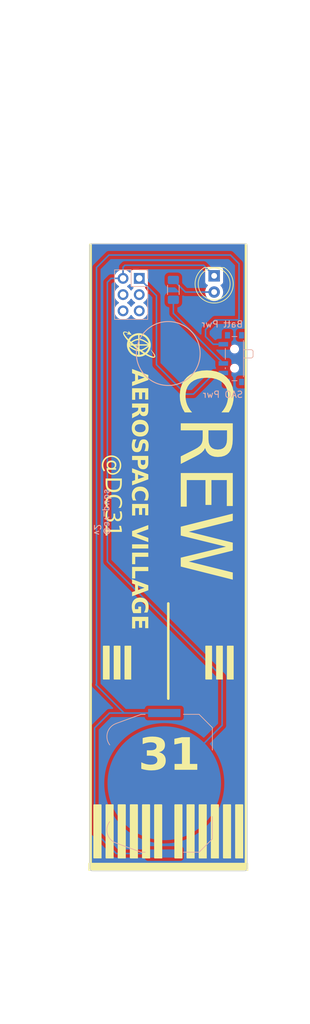
<source format=kicad_pcb>
(kicad_pcb (version 20221018) (generator pcbnew)
  (layers (0 "F.Cu" signal) (31 "B.Cu" signal) (34 "B.Paste" user) (35 "F.Paste" user) (36 "B.SilkS" user "B.Silkscreen") (37 "F.SilkS" user "F.Silkscreen") (38 "B.Mask" user) (39 "F.Mask" user) (44 "Edge.Cuts" user))
  (net 0 "")
  (net 1 "Net-(BT1-+)")
  (net 2 "GND")
  (net 3 "Net-(D1-A)")
  (net 4 "Net-(J1-Pin_1)")
  (net 9 "Net-(SW1-B)")
  (footprint "LED_THT:LED_D5.0mm" (layer "F.Cu") (at 60.4 64.85 -90)
    (fp_text reference "D1" hide)
    (fp_text value "LED" hide)
    (fp_line (start -1.29 -1.545) (end -1.29 1.545) (stroke (width 0.12)) (layer "F.SilkS"))
    (fp_arc (start -1.29 -1.54483) (mid 2.072002 -2.880433) (end 4.26 0.000462) (stroke (width 0.12)) (layer "F.SilkS"))
    (fp_arc (start 4.26 -0.000462) (mid 2.072002 2.880433) (end -1.29 1.54483) (stroke (width 0.12)) (layer "F.SilkS"))
    (fp_circle (center 1.27 0) (end 3.77 0) (stroke (width 0.12)) (fill none) (layer "F.SilkS"))
    (pad "1" thru_hole rect (at 0 0 270) (size 1.8 1.8) (drill 0.9) (layers "*.Cu" "*.Mask") (net 2 "GND"))
    (pad "2" thru_hole circle (at 2.54 0 270) (size 1.8 1.8) (drill 0.9) (layers "*.Cu" "*.Mask") (net 3 "Net-(D1-A)"))
  )
  (footprint "Connector_PinHeader_2.54mm:PinHeader_2x03_P2.54mm_Vertical" (layer "B.Cu") (at 48.65 65.25 180)
    (fp_text reference "J1" hide)
    (fp_text value "Conn_02x03_Counter_Clockwise")
    (fp_line (start -1.33 -6.41) (end 3.87 -6.41) (stroke (width 0.12)) (layer "B.SilkS"))
    (fp_line (start -1.33 -1.27) (end -1.33 -6.41) (stroke (width 0.12)) (layer "B.SilkS"))
    (fp_line (start -1.33 -1.27) (end 1.27 -1.27) (stroke (width 0.12)) (layer "B.SilkS"))
    (fp_line (start -1.33 0) (end -1.33 1.33) (stroke (width 0.12)) (layer "B.SilkS"))
    (fp_line (start -1.33 1.33) (end 0 1.33) (stroke (width 0.12)) (layer "B.SilkS"))
    (fp_line (start 1.27 -1.27) (end 1.27 1.33) (stroke (width 0.12)) (layer "B.SilkS"))
    (fp_line (start 1.27 1.33) (end 3.87 1.33) (stroke (width 0.12)) (layer "B.SilkS"))
    (fp_line (start 3.87 1.33) (end 3.87 -6.41) (stroke (width 0.12)) (layer "B.SilkS"))
    (pad "1" thru_hole rect (at 0 0 180) (size 1.7 1.7) (drill 1) (layers "*.Cu" "*.Mask") (net 4 "Net-(J1-Pin_1)"))
    (pad "2" thru_hole oval (at 2.54 0 180) (size 1.7 1.7) (drill 1) (layers "*.Cu" "*.Mask") (net 2 "GND"))
    (pad "3" thru_hole oval (at 0 -2.54 180) (size 1.7 1.7) (drill 1) (layers "*.Cu" "*.Mask"))
    (pad "4" thru_hole oval (at 2.54 -2.54 180) (size 1.7 1.7) (drill 1) (layers "*.Cu" "*.Mask"))
    (pad "5" thru_hole oval (at 0 -5.08 180) (size 1.7 1.7) (drill 1) (layers "*.Cu" "*.Mask"))
    (pad "6" thru_hole oval (at 2.54 -5.08 180) (size 1.7 1.7) (drill 1) (layers "*.Cu" "*.Mask"))
  )
  (footprint "Resistor_SMD:R_1206_3216Metric_Pad1.30x1.75mm_HandSolder" (layer "B.Cu") (at 54 67.05 -90)
    (fp_text reference "R1" hide)
    (fp_text value "R")
    (fp_line (start -0.727064 -0.91) (end 0.727064 -0.91) (stroke (width 0.12)) (layer "B.SilkS"))
    (fp_line (start -0.727064 0.91) (end 0.727064 0.91) (stroke (width 0.12)) (layer "B.SilkS"))
    (pad "1" smd roundrect (at -1.55 0 270) (size 1.3 1.75) (layers "B.Cu" "B.Paste" "B.Mask") (roundrect_rratio 0.1923076923) (net 3 "Net-(D1-A)"))
    (pad "2" smd roundrect (at 1.55 0 270) (size 1.3 1.75) (layers "B.Cu" "B.Paste" "B.Mask") (roundrect_rratio 0.1923076923) (net 9 "Net-(SW1-B)"))
  )
  (footprint "Battery:BatteryHolder_Keystone_3034_1x20mm" (layer "B.Cu") (at 52.578 144.208 90)
    (fp_text reference "BT1" hide)
    (fp_text value "Battery_Cell")
    (fp_line (start -10.78 -3.63) (end -9.34 -7.58) (stroke (width 0.12)) (layer "B.SilkS"))
    (fp_line (start -10.78 -3) (end -10.78 -3.63) (stroke (width 0.12)) (layer "B.SilkS"))
    (fp_line (start -10.78 5.46) (end -10.78 3) (stroke (width 0.12)) (layer "B.SilkS"))
    (fp_line (start -8.7 7.54) (end -10.78 5.46) (stroke (width 0.12)) (layer "B.SilkS"))
    (fp_line (start -5.2 7.54) (end -8.7 7.54) (stroke (width 0.12)) (layer "B.SilkS"))
    (fp_line (start 8.7 7.54) (end 5.2 7.54) (stroke (width 0.12)) (layer "B.SilkS"))
    (fp_line (start 8.7 7.54) (end 10.78 5.46) (stroke (width 0.12)) (layer "B.SilkS"))
    (fp_line (start 10.78 -3.63) (end 9.34 -7.58) (stroke (width 0.12)) (layer "B.SilkS"))
    (fp_line (start 10.78 -3) (end 10.78 -3.63) (stroke (width 0.12)) (layer "B.SilkS"))
    (fp_line (start 10.78 5.46) (end 10.78 3) (stroke (width 0.12)) (layer "B.SilkS"))
    (fp_arc (start -9.34 -7.58) (mid -7.921654 -8.918738) (end -6.003354 -8.56653) (stroke (width 0.12)) (layer "B.SilkS"))
    (fp_arc (start 6 -8.55) (mid 7.90634 -8.911669) (end 9.325243 -7.588169) (stroke (width 0.12)) (layer "B.SilkS"))
    (pad "1" smd rect (at -10.985 0 90) (size 1.27 5.08) (layers "B.Cu" "B.Paste" "B.Mask") (net 1 "Net-(BT1-+)"))
    (pad "1" smd rect (at 10.985 0 90) (size 1.27 5.08) (layers "B.Cu" "B.Paste" "B.Mask") (net 1 "Net-(BT1-+)"))
    (pad "2" smd circle (at 0 0 90) (size 17.8 17.8) (layers "B.Cu" "B.Mask") (net 2 "GND"))
  )
  (footprint "Button_Switch_SMD:SW_SPDT_PCM12" (layer "B.Cu") (at 63.27 77.8 -90)
    (fp_text reference "SW1" hide)
    (fp_text value "SW_SPDT")
    (fp_line (start -3.45 0.07) (end -3.45 -0.72) (stroke (width 0.12)) (layer "B.SilkS"))
    (fp_line (start -2.85 -1.73) (end 2.85 -1.73) (stroke (width 0.12)) (layer "B.SilkS"))
    (fp_line (start -1.6 1.12) (end 0.1 1.12) (stroke (width 0.12)) (layer "B.SilkS"))
    (fp_line (start -1.4 -3.02) (end -1.2 -3.23) (stroke (width 0.12)) (layer "B.SilkS"))
    (fp_line (start -1.4 -1.73) (end -1.4 -3.02) (stroke (width 0.12)) (layer "B.SilkS"))
    (fp_line (start -1.2 -3.23) (end -0.3 -3.23) (stroke (width 0.12)) (layer "B.SilkS"))
    (fp_line (start -0.1 -3.02) (end -0.3 -3.23) (stroke (width 0.12)) (layer "B.SilkS"))
    (fp_line (start -0.1 -3.02) (end -0.1 -1.73) (stroke (width 0.12)) (layer "B.SilkS"))
    (fp_line (start 1.4 1.12) (end 1.6 1.12) (stroke (width 0.12)) (layer "B.SilkS"))
    (fp_line (start 3.45 -0.72) (end 3.45 0.07) (stroke (width 0.12)) (layer "B.SilkS"))
    (pad "" smd rect (at -3.65 -1.43 270) (size 1 0.8) (layers "B.Cu" "B.Paste" "B.Mask"))
    (pad "" smd rect (at -3.65 0.78 270) (size 1 0.8) (layers "B.Cu" "B.Paste" "B.Mask"))
    (pad "" np_thru_hole circle (at -1.5 -0.33 270) (size 0.9 0.9) (drill 0.9) (layers "*.Cu" "*.Mask"))
    (pad "" np_thru_hole circle (at 1.5 -0.33 270) (size 0.9 0.9) (drill 0.9) (layers "*.Cu" "*.Mask"))
    (pad "" smd rect (at 3.65 -1.43 270) (size 1 0.8) (layers "B.Cu" "B.Paste" "B.Mask"))
    (pad "" smd rect (at 3.65 0.78 270) (size 1 0.8) (layers "B.Cu" "B.Paste" "B.Mask"))
    (pad "1" smd rect (at -2.25 1.43 270) (size 0.7 1.5) (layers "B.Cu" "B.Paste" "B.Mask") (net 1 "Net-(BT1-+)"))
    (pad "2" smd rect (at 0.75 1.43 270) (size 0.7 1.5) (layers "B.Cu" "B.Paste" "B.Mask") (net 9 "Net-(SW1-B)"))
    (pad "3" smd rect (at 2.25 1.43 270) (size 0.7 1.5) (layers "B.Cu" "B.Paste" "B.Mask") (net 4 "Net-(J1-Pin_1)"))
  )
  (gr_circle (center 53.2 77) (end 58.2 77) (stroke (width 0.15)) (fill none) (layer "B.SilkS"))
  (gr_poly (pts (xy 52.150747 147.602846) (xy 52.150747 155.857847) (xy 51.092414 155.857847) (xy 51.092414 147.602846)) (stroke (width 0.211667)) (fill solid) (layer "F.SilkS"))
  (gr_poly (pts (xy 57.230748 147.602846) (xy 57.230748 155.857847) (xy 56.172414 155.857847) (xy 56.172414 147.602846)) (stroke (width 0.211667)) (fill solid) (layer "F.SilkS"))
  (gr_poly (pts (xy 43.933182 122.769383) (xy 43.933182 127.90893) (xy 43.030839 127.90893) (xy 43.030839 122.769383)) (stroke (width 0.154216)) (fill solid) (layer "F.SilkS"))
  (gr_line (start 65.407587 60) (end 65.407587 157.5) (stroke (width 0.446645)) (layer "F.SilkS"))
  (gr_poly (pts (xy 50.245746 147.602846) (xy 50.245746 155.857847) (xy 49.187414 155.857847) (xy 49.187414 147.602846)) (stroke (width 0.211667)) (fill solid) (layer "F.SilkS"))
  (gr_poly (pts (xy 55.325747 147.602846) (xy 55.325747 155.857847) (xy 54.267413 155.857847) (xy 54.267413 147.602846)) (stroke (width 0.211667)) (fill solid) (layer "F.SilkS"))
  (gr_poly (pts (xy 62.945748 147.602846) (xy 62.945748 155.857847) (xy 61.887414 155.857847) (xy 61.887414 147.602846)) (stroke (width 0.211667)) (fill solid) (layer "F.SilkS"))
  (gr_poly (pts (xy 61.040748 147.602846) (xy 61.040748 155.857847) (xy 59.982414 155.857847) (xy 59.982414 147.602846)) (stroke (width 0.211667)) (fill solid) (layer "F.SilkS"))
  (gr_poly (pts (xy 64.850749 147.602846) (xy 64.850749 155.857847) (xy 63.792416 155.857847) (xy 63.792416 147.602846)) (stroke (width 0.211667)) (fill solid) (layer "F.SilkS"))
  (gr_poly (pts (xy 65.634217 156.761971) (xy 65.634217 157.785031) (xy 40.776972 157.785031) (xy 40.776972 156.761971)) (stroke (width 0.231233)) (fill solid) (layer "F.SilkS"))
  (gr_poly (pts (xy 59.135747 147.602846) (xy 59.135747 155.857847) (xy 58.077413 155.857847) (xy 58.077413 147.602846)) (stroke (width 0.211667)) (fill solid) (layer "F.SilkS"))
  (gr_poly (pts (xy 42.640869 147.602846) (xy 42.640869 155.857847) (xy 41.552297 155.857847) (xy 41.552297 147.602846)) (stroke (width 0.195965)) (fill solid) (layer "F.SilkS"))
  (gr_poly (pts (xy 46.435749 147.602846) (xy 46.435749 155.857847) (xy 45.377416 155.857847) (xy 45.377416 147.602846)) (stroke (width 0.211667)) (fill solid) (layer "F.SilkS"))
  (gr_poly (pts (xy 47.319852 122.771472) (xy 47.319852 127.911122) (xy 46.41751 127.911122) (xy 46.41751 122.771472)) (stroke (width 0.154218)) (fill solid) (layer "F.SilkS"))
  (gr_poly (pts (xy 47.44603 75.3378) (xy 47.446247 75.337643) (xy 47.446692 75.33733) (xy 47.460424 75.327776) (xy 47.461362 75.32713) (xy 47.476656 75.316831) (xy 47.492002 75.30659) (xy 47.507277 75.296251) (xy 47.603036 75.38189) (xy 47.699255 75.466938) (xy 47.728429 75.492401) (xy 47.757787 75.517666) (xy 47.816664 75.568017) (xy 47.44325 75.568017) (xy 47.374829 75.504696) (xy 47.340786 75.472847) (xy 47.306931 75.440793)) (stroke (width 0.02)) (fill solid) (layer "F.SilkS"))
  (gr_poly (pts (xy 47.0883 75.222099) (xy 47.088753 75.220546) (xy 47.088891 75.220058) (xy 47.092286 75.208337) (xy 47.092625 75.207212) (xy 47.09284 75.206537) (xy 47.11336 75.145576) (xy 47.136069 75.086548) (xy 47.136653 75.085101) (xy 47.137251 75.083661) (xy 47.162348 75.025853) (xy 47.179504 74.990492) (xy 47.224211 75.033504) (xy 47.269149 75.076306) (xy 47.314334 75.118868) (xy 47.359792 75.161168) (xy 47.359792 75.161169) (xy 47.35875 75.161882) (xy 47.358031 75.162409) (xy 47.317683 75.191065) (xy 47.277154 75.220484) (xy 47.237185 75.250089) (xy 47.197787 75.279818) (xy 47.189861 75.285944) (xy 47.182106 75.292062) (xy 47.1761 75.296815) (xy 47.168335 75.302897) (xy 47.166522 75.304312) (xy 47.146668 75.284578) (xy 47.126887 75.264763) (xy 47.087462 75.224993)) (stroke (width 0.02)) (fill solid) (layer "F.SilkS"))
  (gr_line (start 41 157.5) (end 41 60) (stroke (width 0.446645)) (layer "F.SilkS"))
  (gr_poly (pts (xy 44.530749 147.602846) (xy 44.530749 155.857847) (xy 43.472416 155.857847) (xy 43.472416 147.602846)) (stroke (width 0.211667)) (fill solid) (layer "F.SilkS"))
  (gr_poly (pts (xy 63.380057 122.767083) (xy 63.380057 127.906733) (xy 62.477716 127.906733) (xy 62.477716 122.767083)) (stroke (width 0.154218)) (fill solid) (layer "F.SilkS"))
  (gr_poly (pts (xy 48.734734 76.301143) (xy 48.782097 76.336322) (xy 48.829608 76.371292) (xy 48.877232 76.406026) (xy 48.874461 76.406709) (xy 48.782198 76.423371) (xy 48.781566 76.423469) (xy 48.780966 76.423551) (xy 48.687515 76.434) (xy 48.687515 76.265752)) (stroke (width 0.02)) (fill solid) (layer "F.SilkS"))
  (gr_poly (pts (xy 45.626518 122.76928) (xy 45.626518 127.90893) (xy 44.724176 127.90893) (xy 44.724176 122.76928)) (stroke (width 0.154218)) (fill solid) (layer "F.SilkS"))
  (gr_poly (pts (xy 48.340747 147.602846) (xy 48.340747 155.857847) (xy 47.282414 155.857847) (xy 47.282414 147.602846)) (stroke (width 0.211667)) (fill solid) (layer "F.SilkS"))
  (gr_line (start 53.20545 130.972846) (end 53.20545 116.090033) (stroke (width 0.396874)) (layer "F.SilkS"))
  (gr_poly (pts (xy 61.686724 122.764883) (xy 61.686724 127.904533) (xy 60.784381 127.904533) (xy 60.784381 122.764883)) (stroke (width 0.154218)) (fill solid) (layer "F.SilkS"))
  (gr_poly (pts (xy 46.11513 73.801357) (xy 46.115226 73.795843) (xy 46.115402 73.790291) (xy 46.115662 73.784703) (xy 46.116009 73.779077) (xy 46.116445 73.773414) (xy 46.116972 73.767714) (xy 46.117594 73.761977) (xy 46.118256 73.756298) (xy 46.119067 73.750569) (xy 46.120051 73.744792) (xy 46.121234 73.738965) (xy 46.122641 73.733088) (xy 46.124295 73.727162) (xy 46.125223 73.72418) (xy 46.126222 73.721185) (xy 46.127295 73.718178) (xy 46.128446 73.715158) (xy 46.136921 73.691853) (xy 46.138445 73.688976) (xy 46.140033 73.686105) (xy 46.141677 73.68324) (xy 46.143367 73.680384) (xy 46.145095 73.677542) (xy 46.14685 73.674714) (xy 46.150409 73.669115) (xy 46.153954 73.663565) (xy 46.157527 73.658064) (xy 46.159361 73.655348) (xy 46.161248 73.652662) (xy 46.163203 73.650014) (xy 46.16524 73.647411) (xy 46.183998 73.62891) (xy 46.186311 73.626499) (xy 46.188681 73.624218) (xy 46.191104 73.622055) (xy 46.193575 73.62) (xy 46.19609 73.618041) (xy 46.198644 73.616165) (xy 46.201232 73.614363) (xy 46.203849 73.612621) (xy 46.209154 73.609275) (xy 46.21452 73.606036) (xy 46.219911 73.60281) (xy 46.225288 73.599507) (xy 46.236275 73.594078) (xy 46.247207 73.589279) (xy 46.258079 73.585073) (xy 46.268886 73.581425) (xy 46.279623 73.578302) (xy 46.290285 73.575668) (xy 46.300867 73.573488) (xy 46.311364 73.571727) (xy 46.321771 73.570351) (xy 46.332083 73.569325) (xy 46.342296 73.568613) (xy 46.352403 73.56818) (xy 46.372284 73.568016) (xy 46.391686 73.568552) (xy 46.410888 73.569749) (xy 46.429811 73.571521) (xy 46.448468 73.573822) (xy 46.466874 73.576604) (xy 46.485045 73.579819) (xy 46.502995 73.583422) (xy 46.520739 73.587365) (xy 46.538292 73.5916) (xy 46.593794 73.606939) (xy 46.648241 73.624078) (xy 46.701721 73.642858) (xy 46.754319 73.663123) (xy 46.806124 73.684716) (xy 46.857222 73.707477) (xy 46.9077 73.731251) (xy 46.957646 73.75588) (xy 46.976715 73.482046) (xy 47.451104 74.044544) (xy 46.717144 73.991886) (xy 46.924057 73.818357) (xy 46.873471 73.79981) (xy 46.822739 73.782005) (xy 46.771889 73.765136) (xy 46.720947 73.749398) (xy 46.669944 73.734987) (xy 46.618908 73.722099) (xy 46.567866 73.710929) (xy 46.516846 73.701672) (xy 46.50079 73.699343) (xy 46.484788 73.697336) (xy 46.468873 73.695676) (xy 46.453075 73.694388) (xy 46.437427 73.693496) (xy 46.421958 73.693027) (xy 46.406701 73.693005) (xy 46.391686 73.693455) (xy 46.384317 73.693821) (xy 46.377007 73.694327) (xy 46.369779 73.694973) (xy 46.362654 73.695763) (xy 46.355653 73.696699) (xy 46.348799 73.697783) (xy 46.342112 73.699018) (xy 46.335614 73.700405) (xy 46.329327 73.701948) (xy 46.323272 73.703647) (xy 46.317472 73.705507) (xy 46.311947 73.707528) (xy 46.30672 73.709713) (xy 46.301811 73.712065) (xy 46.297242 73.714586) (xy 46.293036 73.717278) (xy 46.289275 73.720071) (xy 46.285824 73.722908) (xy 46.28267 73.725806) (xy 46.2798 73.728784) (xy 46.2772 73.731862) (xy 46.274859 73.735057) (xy 46.272764 73.738388) (xy 46.270902 73.741875) (xy 46.269259 73.745535) (xy 46.267824 73.749387) (xy 46.266584 73.75345) (xy 46.265526 73.757743) (xy 46.264636 73.762284) (xy 46.263904 73.767093) (xy 46.263315 73.772186) (xy 46.262857 73.777584) (xy 46.262745 73.783225) (xy 46.262809 73.78903) (xy 46.263048 73.794988) (xy 46.263464 73.801088) (xy 46.264059 73.807322) (xy 46.264833 73.81368) (xy 46.265788 73.82015) (xy 46.266925 73.826723) (xy 46.268244 73.83339) (xy 46.269748 73.840139) (xy 46.271436 73.846961) (xy 46.273312 73.853846) (xy 46.275375 73.860784) (xy 46.277626 73.867765) (xy 46.280068 73.874779) (xy 46.2827 73.881815) (xy 46.287816 73.895913) (xy 46.293326 73.910024) (xy 46.299211 73.924142) (xy 46.30545 73.938262) (xy 46.318913 73.966483) (xy 46.333553 73.994639) (xy 46.34921 74.022684) (xy 46.365724 74.05057) (xy 46.382933 74.07825) (xy 46.400678 74.105677) (xy 46.418856 74.133074) (xy 46.437454 74.160299) (xy 46.456444 74.187355) (xy 46.475798 74.214247) (xy 46.495486 74.240978) (xy 46.51548 74.267551) (xy 46.535753 74.29397) (xy 46.556275 74.320238) (xy 46.598297 74.372258) (xy 46.641175 74.423752) (xy 46.684848 74.474739) (xy 46.729253 74.525236) (xy 46.774327 74.575263) (xy 46.820009 74.624836) (xy 46.866236 74.673974) (xy 46.912946 74.722694) (xy 46.918916 74.72895) (xy 46.924942 74.735156) (xy 46.937096 74.747475) (xy 46.94928 74.759767) (xy 46.961353 74.772135) (xy 46.996926 74.711035) (xy 47.045346 74.636452) (xy 47.097246 74.564385) (xy 47.152512 74.494949) (xy 47.211025 74.42826) (xy 47.27267 74.364431) (xy 47.337329 74.30358) (xy 47.404886 74.24582) (xy 47.475224 74.191267) (xy 47.548227 74.140036) (xy 47.623777 74.092242) (xy 47.701758 74.048) (xy 47.782054 74.007425) (xy 47.864547 73.970632) (xy 47.949121 73.937737) (xy 48.035659 73.908854) (xy 48.124045 73.8841) (xy 48.214161 73.863587) (xy 48.305892 73.847433) (xy 48.399119 73.835752) (xy 48.493728 73.828659) (xy 48.5896 73.826269) (xy 48.685472 73.828659) (xy 48.780081 73.835752) (xy 48.873309 73.847433) (xy 48.965039 73.863587) (xy 49.055156 73.8841) (xy 49.143541 73.908854) (xy 49.230079 73.937737) (xy 49.314653 73.970632) (xy 49.397147 74.007425) (xy 49.477442 74.048) (xy 49.555423 74.092242) (xy 49.630974 74.140036) (xy 49.703976 74.191267) (xy 49.774314 74.24582) (xy 49.841871 74.30358) (xy 49.90653 74.364431) (xy 49.968175 74.42826) (xy 50.026688 74.494949) (xy 50.081954 74.564385) (xy 50.133854 74.636452) (xy 50.182274 74.711035) (xy 50.227095 74.78802) (xy 50.268202 74.86729) (xy 50.305477 74.948731) (xy 50.338803 75.032227) (xy 50.368065 75.117665) (xy 50.393145 75.204927) (xy 50.413927 75.2939) (xy 50.430294 75.384469) (xy 50.442129 75.476517) (xy 50.449316 75.569931) (xy 50.451737 75.664594) (xy 50.449316 75.759258) (xy 50.442129 75.852674) (xy 50.430294 75.944726) (xy 50.413927 76.035299) (xy 50.393145 76.124278) (xy 50.368065 76.211548) (xy 50.338803 76.296993) (xy 50.305477 76.380499) (xy 50.268202 76.461949) (xy 50.227095 76.54123) (xy 50.182274 76.618225) (xy 50.133855 76.69282) (xy 50.081954 76.764899) (xy 50.026688 76.834346) (xy 49.968175 76.901048) (xy 49.906531 76.964889) (xy 49.841871 77.025753) (xy 49.774314 77.083525) (xy 49.703976 77.13809) (xy 49.634957 77.186537) (xy 49.633297 77.18766) (xy 49.633331 77.187679) (xy 49.630974 77.189333) (xy 49.555423 77.237138) (xy 49.477442 77.281391) (xy 49.397147 77.321977) (xy 49.347009 77.344344) (xy 49.347009 77.018936) (xy 49.362749 77.010418) (xy 49.370595 77.006119) (xy 49.378377 77.001728) (xy 49.392305 76.993613) (xy 49.406134 76.985362) (xy 49.419869 76.976974) (xy 49.433516 76.968448) (xy 49.447072 76.959786) (xy 49.460531 76.950989) (xy 49.473893 76.942059) (xy 49.487156 76.932998) (xy 49.500317 76.923803) (xy 49.513378 76.914472) (xy 49.526337 76.905012) (xy 49.538411 76.896013) (xy 49.539203 76.895441) (xy 49.540216 76.894646) (xy 49.545111 76.890893) (xy 49.55097 76.886286) (xy 49.562655 76.877033) (xy 49.562644 76.877026) (xy 49.589583 76.855862) (xy 49.638243 76.814308) (xy 49.685123 76.77084) (xy 49.730161 76.725519) (xy 49.773296 76.678406) (xy 49.814469 76.629564) (xy 49.853616 76.579052) (xy 49.890678 76.526933) (xy 49.925594 76.473267) (xy 49.958302 76.418115) (xy 49.988742 76.361539) (xy 50.016852 76.3036) (xy 50.042572 76.244358) (xy 50.06584 76.183877) (xy 50.086596 76.122215) (xy 50.104779 76.059435) (xy 50.120327 75.995598) (xy 50.133179 75.930765) (xy 50.133179 75.398688) (xy 50.120327 75.333855) (xy 50.104779 75.270018) (xy 50.086596 75.207238) (xy 50.06584 75.145576) (xy 50.042572 75.085094) (xy 50.016852 75.025853) (xy 49.988742 74.967914) (xy 49.958302 74.911338) (xy 49.925594 74.856186) (xy 49.890678 74.80252) (xy 49.814469 74.699889) (xy 49.730161 74.603934) (xy 49.638243 74.515145) (xy 49.539203 74.434011) (xy 49.43353 74.361022) (xy 49.378357 74.327735) (xy 49.32171 74.296668) (xy 49.263647 74.267882) (xy 49.204231 74.241437) (xy 49.143523 74.217397) (xy 49.081583 74.19582) (xy 49.018472 74.17677) (xy 48.954252 74.160306) (xy 48.888984 74.14649) (xy 48.822727 74.135384) (xy 48.755544 74.127048) (xy 48.687496 74.121544) (xy 48.687496 74.70204) (xy 48.739695 74.706125) (xy 48.791511 74.711989) (xy 48.893969 74.728794) (xy 48.994813 74.751948) (xy 49.093987 74.78094) (xy 49.191434 74.81526) (xy 49.287097 74.854398) (xy 49.380919 74.897846) (xy 49.472845 74.945093) (xy 49.562818 74.99563) (xy 49.650781 75.048946) (xy 49.736677 75.104534) (xy 49.82045 75.161882) (xy 49.902043 75.220481) (xy 49.9814 75.279821) (xy 50.133179 75.398688) (xy 50.133179 75.930765) (xy 49.98139 76.04936) (xy 49.820413 76.16679) (xy 49.736624 76.223843) (xy 49.650711 76.279134) (xy 49.562733 76.332175) (xy 49.472746 76.382475) (xy 49.38081 76.429544) (xy 49.28698 76.472892) (xy 49.191316 76.512029) (xy 49.093875 76.546467) (xy 48.994799 76.575689) (xy 49.016108 76.569851) (xy 49.03739 76.563678) (xy 49.058594 76.557254) (xy 49.079739 76.550644) (xy 49.165018 76.610249) (xy 49.250557 76.669448) (xy 49.33638 76.728196) (xy 49.422508 76.786444) (xy 49.457391 76.809369) (xy 49.492425 76.832019) (xy 49.562644 76.877026) (xy 49.540216 76.894646) (xy 49.539194 76.895429) (xy 49.538411 76.896013) (xy 49.487165 76.932984) (xy 49.43353 76.96843) (xy 49.378357 77.001717) (xy 49.346986 77.018922) (xy 49.347009 77.018936) (xy 49.347009 77.344344) (xy 49.314654 77.358779) (xy 49.23008 77.391683) (xy 49.143541 77.420573) (xy 49.055156 77.445335) (xy 48.965039 77.465853) (xy 48.873309 77.482013) (xy 48.780081 77.493697) (xy 48.687496 77.500641) (xy 48.687496 77.207908) (xy 48.755544 77.202404) (xy 48.822727 77.194068) (xy 48.888984 77.182962) (xy 48.954252 77.169146) (xy 49.018472 77.152683) (xy 49.081583 77.133632) (xy 49.143523 77.112056) (xy 49.204231 77.088015) (xy 49.263647 77.061571) (xy 49.32171 77.032784) (xy 49.346986 77.018922) (xy 49.294454 76.987258) (xy 49.224561 76.943655) (xy 49.155162 76.899331) (xy 49.086225 76.85434) (xy 49.017717 76.808734) (xy 48.881853 76.715893) (xy 48.747307 76.621236) (xy 48.748001 76.621165) (xy 48.758358 76.620132) (xy 48.769431 76.619113) (xy 48.780485 76.618018) (xy 48.785995 76.617392) (xy 48.791488 76.616687) (xy 48.817241 76.61294) (xy 48.842896 76.608781) (xy 48.868453 76.604221) (xy 48.893696 76.599314) (xy 48.893893 76.59928) (xy 48.894089 76.599234) (xy 48.919268 76.59394) (xy 48.944525 76.58823) (xy 48.969679 76.58215) (xy 48.994628 76.575734) (xy 48.994715 76.575713) (xy 48.994799 76.575689) (xy 48.994731 76.575707) (xy 48.994628 76.575734) (xy 48.894089 76.599234) (xy 48.89391 76.599272) (xy 48.893696 76.599314) (xy 48.791468 76.616676) (xy 48.748001 76.621165) (xy 48.747304 76.621234) (xy 48.747307 76.621236) (xy 48.687515 76.627411) (xy 48.687515 76.434011) (xy 48.711139 76.431988) (xy 48.734686 76.429549) (xy 48.758161 76.426706) (xy 48.780966 76.423551) (xy 48.781569 76.423484) (xy 48.782198 76.423371) (xy 48.804904 76.419849) (xy 48.828172 76.415852) (xy 48.851366 76.411477) (xy 48.87448 76.406725) (xy 48.87727 76.406054) (xy 48.877232 76.406026) (xy 48.966142 76.384117) (xy 49.056586 76.356149) (xy 49.145762 76.323244) (xy 49.233644 76.285844) (xy 49.320203 76.244388) (xy 49.40541 76.199317) (xy 49.489237 76.151071) (xy 49.571657 76.10009) (xy 49.65264 76.046815) (xy 49.732158 75.991685) (xy 49.810183 75.935142) (xy 49.886687 75.877625) (xy 50.035019 75.761432) (xy 50.035019 75.568021) (xy 49.886687 75.451752) (xy 49.732158 75.337656) (xy 49.65264 75.282521) (xy 49.571657 75.229247) (xy 49.489237 75.178272) (xy 49.40541 75.130037) (xy 49.320203 75.084979) (xy 49.233644 75.043539) (xy 49.145762 75.006155) (xy 49.056586 74.973267) (xy 48.966142 74.945313) (xy 48.874461 74.922733) (xy 48.781569 74.905966) (xy 48.687496 74.89545) (xy 48.687496 75.568021) (xy 50.035019 75.568021) (xy 50.035019 75.761432) (xy 48.687496 75.761432) (xy 48.687496 76.434002) (xy 48.687515 76.434) (xy 48.687515 76.434011) (xy 48.687515 76.627411) (xy 48.687496 76.627413) (xy 48.687496 77.207908) (xy 48.687496 77.500641) (xy 48.685473 77.500793) (xy 48.5896 77.503183) (xy 48.493728 77.500793) (xy 48.491713 77.500642) (xy 48.491713 76.434011) (xy 48.491713 76.116045) (xy 48.491704 76.116039) (xy 48.491704 75.761432) (xy 47.144182 75.761432) (xy 47.292513 75.877701) (xy 47.447043 75.991797) (xy 47.526561 76.046932) (xy 47.607544 76.100206) (xy 47.689963 76.151181) (xy 47.773791 76.199416) (xy 47.858998 76.244473) (xy 47.945556 76.285914) (xy 48.033438 76.323297) (xy 48.122615 76.356186) (xy 48.213058 76.38414) (xy 48.30474 76.40672) (xy 48.397631 76.423487) (xy 48.489373 76.433742) (xy 48.489387 76.433752) (xy 48.491713 76.434011) (xy 48.491713 77.500642) (xy 48.491704 77.500641) (xy 48.491704 77.207908) (xy 48.491704 76.627413) (xy 48.439506 76.623327) (xy 48.387689 76.617464) (xy 48.285231 76.600658) (xy 48.184387 76.577505) (xy 48.085213 76.548513) (xy 47.987767 76.514193) (xy 47.892104 76.475055) (xy 47.798281 76.431607) (xy 47.706355 76.38436) (xy 47.616382 76.333823) (xy 47.52842 76.280506) (xy 47.442523 76.224919) (xy 47.35875 76.167571) (xy 47.277157 76.108972) (xy 47.1978 76.049632) (xy 47.143917 76.007433) (xy 47.143917 75.568021) (xy 48.491704 75.568021) (xy 48.491704 74.89545) (xy 48.396803 74.905966) (xy 48.303296 74.922733) (xy 48.21119 74.945313) (xy 48.12049 74.973267) (xy 48.031202 75.006155) (xy 47.943333 75.043539) (xy 47.856888 75.084979) (xy 47.771872 75.130037) (xy 47.688292 75.178272) (xy 47.606154 75.229247) (xy 47.525462 75.282521) (xy 47.460424 75.327776) (xy 47.453774 75.33235) (xy 47.446692 75.33733) (xy 47.446224 75.337656) (xy 47.44603 75.3378) (xy 47.410945 75.363082) (xy 47.375989 75.388798) (xy 47.341331 75.414723) (xy 47.306927 75.44079) (xy 47.306931 75.440793) (xy 47.29213 75.451752) (xy 47.143917 75.568021) (xy 47.143917 76.007433) (xy 47.046021 75.930765) (xy 47.046021 75.398688) (xy 47.168335 75.302897) (xy 47.174374 75.298182) (xy 47.1761 75.296815) (xy 47.1978 75.279821) (xy 47.358031 75.162409) (xy 47.358759 75.161892) (xy 47.359792 75.161169) (xy 47.442523 75.104534) (xy 47.52842 75.048946) (xy 47.616382 74.99563) (xy 47.706355 74.945093) (xy 47.798281 74.897846) (xy 47.892104 74.854398) (xy 47.987767 74.815259) (xy 48.085213 74.78094) (xy 48.184387 74.751948) (xy 48.285231 74.728794) (xy 48.387689 74.711988) (xy 48.491704 74.70204) (xy 48.491704 74.121544) (xy 48.423656 74.127048) (xy 48.356473 74.135384) (xy 48.290217 74.14649) (xy 48.224948 74.160306) (xy 48.160728 74.17677) (xy 48.097617 74.19582) (xy 48.035677 74.217397) (xy 47.974969 74.241437) (xy 47.915553 74.267882) (xy 47.857491 74.296668) (xy 47.800843 74.327735) (xy 47.745671 74.361022) (xy 47.692035 74.396468) (xy 47.639997 74.434011) (xy 47.589617 74.47359) (xy 47.540957 74.515145) (xy 47.494078 74.558613) (xy 47.44904 74.603934) (xy 47.405904 74.651046) (xy 47.364732 74.699889) (xy 47.325584 74.7504) (xy 47.288522 74.80252) (xy 47.253606 74.856186) (xy 47.220898 74.911338) (xy 47.190459 74.967914) (xy 47.179504 74.990492) (xy 47.179493 74.990481) (xy 47.170804 75.008093) (xy 47.166516 75.01693) (xy 47.162337 75.025828) (xy 47.155686 75.040523) (xy 47.149192 75.055305) (xy 47.14285 75.070167) (xy 47.137251 75.083661) (xy 47.136629 75.085094) (xy 47.136069 75.086548) (xy 47.130598 75.100104) (xy 47.12469 75.11518) (xy 47.118937 75.130332) (xy 47.113347 75.145562) (xy 47.107926 75.160868) (xy 47.102668 75.176244) (xy 47.09757 75.191691) (xy 47.09284 75.206537) (xy 47.092604 75.207238) (xy 47.092286 75.208337) (xy 47.091291 75.211638) (xy 47.090015 75.216089) (xy 47.088891 75.220058) (xy 47.0883 75.222099) (xy 47.087457 75.224989) (xy 47.087462 75.224993) (xy 47.074422 75.270018) (xy 47.058874 75.333855) (xy 47.046021 75.398688) (xy 47.046021 75.930765) (xy 47.058897 75.995597) (xy 47.074465 76.059432) (xy 47.092665 76.122209) (xy 47.113436 76.183866) (xy 47.136717 76.244342) (xy 47.162447 76.303577) (xy 47.190565 76.361509) (xy 47.22101 76.418078) (xy 47.253722 76.473222) (xy 47.288639 76.52688) (xy 47.364848 76.629494) (xy 47.449149 76.725433) (xy 47.541056 76.814208) (xy 47.640082 76.895331) (xy 47.745741 76.968314) (xy 47.800905 77.0016) (xy 47.857544 77.032667) (xy 47.915598 77.061455) (xy 47.975006 77.087903) (xy 48.035707 77.11195) (xy 48.09764 77.133534) (xy 48.160744 77.152594) (xy 48.224959 77.169071) (xy 48.290223 77.182901) (xy 48.356476 77.194025) (xy 48.423657 77.202381) (xy 48.491704 77.207908) (xy 48.491704 77.500641) (xy 48.399119 77.493697) (xy 48.305892 77.482013) (xy 48.214161 77.465853) (xy 48.124045 77.445335) (xy 48.035659 77.420573) (xy 47.949121 77.391683) (xy 47.864547 77.358779) (xy 47.782054 77.321977) (xy 47.701758 77.281392) (xy 47.623777 77.237139) (xy 47.548227 77.189333) (xy 47.475224 77.13809) (xy 47.404886 77.083525) (xy 47.337329 77.025753) (xy 47.27267 76.964889) (xy 47.211025 76.901048) (xy 47.152512 76.834347) (xy 47.097246 76.764899) (xy 47.045346 76.69282) (xy 46.996926 76.618225) (xy 46.952105 76.54123) (xy 46.910999 76.461949) (xy 46.873724 76.380499) (xy 46.840397 76.296993) (xy 46.811135 76.211548) (xy 46.786055 76.124278) (xy 46.765273 76.035299) (xy 46.748906 75.944726) (xy 46.737071 75.852674) (xy 46.729884 75.759258) (xy 46.727463 75.664594) (xy 46.729884 75.569931) (xy 46.737071 75.476517) (xy 46.748906 75.384469) (xy 46.765273 75.2939) (xy 46.786055 75.204927) (xy 46.811135 75.117665) (xy 46.840397 75.032227) (xy 46.873724 74.948731) (xy 46.910999 74.86729) (xy 46.951928 74.788362) (xy 46.952117 74.788013) (xy 46.952314 74.787661) (xy 46.957296 74.779104) (xy 46.959069 74.776124) (xy 46.960227 74.774142) (xy 46.961367 74.772149) (xy 46.961353 74.772135) (xy 46.957296 74.779104) (xy 46.956722 74.780068) (xy 46.954385 74.784019) (xy 46.953239 74.786009) (xy 46.952314 74.787661) (xy 46.952105 74.78802) (xy 46.951928 74.788362) (xy 46.941483 74.807621) (xy 46.931078 74.82737) (xy 46.920909 74.847259) (xy 46.910982 74.867285) (xy 46.901302 74.887446) (xy 46.891867 74.907742) (xy 46.882674 74.928169) (xy 46.873724 74.948727) (xy 46.8718 74.953297) (xy 46.869923 74.95789) (xy 46.866263 74.967126) (xy 46.858996 74.985624) (xy 46.805437 74.927936) (xy 46.778765 74.89898) (xy 46.752336 74.869765) (xy 46.706739 74.817336) (xy 46.661653 74.7644) (xy 46.617119 74.71092) (xy 46.573178 74.656858) (xy 46.529868 74.602176) (xy 46.487232 74.546836) (xy 46.445309 74.4908) (xy 46.40414 74.43403) (xy 46.36425 74.376045) (xy 46.324937 74.317464) (xy 46.286776 74.257816) (xy 46.250345 74.19663) (xy 46.232958 74.165313) (xy 46.21622 74.133435) (xy 46.200204 74.100937) (xy 46.18498 74.06776) (xy 46.170622 74.033845) (xy 46.1572 73.999133) (xy 46.144789 73.963566) (xy 46.133459 73.927084) (xy 46.129658 73.913224) (xy 46.12618 73.89903) (xy 46.123078 73.884501) (xy 46.120407 73.869637) (xy 46.118221 73.854438) (xy 46.116574 73.838905) (xy 46.11552 73.823036) (xy 46.115233 73.814976) (xy 46.115114 73.806833)) (stroke (width 0.02)) (fill solid) (layer "F.SilkS"))
  (gr_poly (pts (xy 59.993387 122.764986) (xy 59.993387 127.904533) (xy 59.091043 127.904533) (xy 59.091043 122.764986)) (stroke (width 0.154216)) (fill solid) (layer "F.SilkS"))
  (gr_poly (pts (xy 49.634957 77.186537) (xy 49.651192 77.175559) (xy 49.668949 77.163276) (xy 49.686553 77.150796) (xy 49.70399 77.138102) (xy 49.721828 77.124767) (xy 49.739496 77.111225) (xy 49.756994 77.097479) (xy 49.774322 77.083532) (xy 49.787248 77.072824) (xy 49.800025 77.06195) (xy 49.812701 77.050963) (xy 49.825326 77.039917) (xy 49.839265 77.048356) (xy 49.853151 77.056897) (xy 49.867052 77.065411) (xy 49.881033 77.073765) (xy 49.998081 77.141045) (xy 50.115727 77.206789) (xy 50.174898 77.238728) (xy 50.234365 77.269854) (xy 50.29418 77.300025) (xy 50.354389 77.329098) (xy 50.414749 77.357005) (xy 50.475664 77.383888) (xy 50.536971 77.409319) (xy 50.598504 77.43287) (xy 50.660098 77.454115) (xy 50.690868 77.463739) (xy 50.721591 77.472625) (xy 50.752247 77.480721) (xy 50.782816 77.487974) (xy 50.813277 77.494329) (xy 50.84361 77.499733) (xy 50.858343 77.501351) (xy 50.872921 77.502602) (xy 50.887268 77.503443) (xy 50.901308 77.503832) (xy 50.914964 77.503724) (xy 50.921623 77.503471) (xy 50.928158 77.503077) (xy 50.934558 77.502538) (xy 50.940813 77.501847) (xy 50.946916 77.501001) (xy 50.952854 77.499992) (xy 50.958571 77.498617) (xy 50.963926 77.497166) (xy 50.968935 77.495629) (xy 50.973613 77.493997) (xy 50.977977 77.492262) (xy 50.982042 77.490414) (xy 50.983967 77.489445) (xy 50.985824 77.488444) (xy 50.987614 77.487411) (xy 50.989339 77.486344) (xy 50.991001 77.485242) (xy 50.992603 77.484105) (xy 50.994145 77.48293) (xy 50.995631 77.481717) (xy 50.997062 77.480464) (xy 50.998441 77.479171) (xy 50.999768 77.477836) (xy 51.001046 77.476459) (xy 51.002278 77.475038) (xy 51.003464 77.473572) (xy 51.004608 77.472059) (xy 51.00571 77.4705) (xy 51.0078 77.467234) (xy 51.00975 77.463767) (xy 51.011635 77.45986) (xy 51.013322 77.455595) (xy 51.014811 77.450993) (xy 51.016101 77.446074) (xy 51.017193 77.440858) (xy 51.018086 77.435367) (xy 51.018782 77.42962) (xy 51.019278 77.423639) (xy 51.019576 77.417444) (xy 51.019676 77.411056) (xy 51.019578 77.404494) (xy 51.01928 77.397781) (xy 51.018785 77.390936) (xy 51.01809 77.383981) (xy 51.017198 77.376935) (xy 51.016106 77.369819) (xy 51.013534 77.355427) (xy 51.010411 77.340849) (xy 51.006781 77.326118) (xy 51.002685 77.311267) (xy 50.998168 77.296328) (xy 50.993272 77.281337) (xy 50.98804 77.266324) (xy 50.982517 77.251325) (xy 50.970226 77.221205) (xy 50.957101 77.191264) (xy 50.943198 77.161497) (xy 50.928569 77.1319) (xy 50.913269 77.102466) (xy 50.897352 77.073191) (xy 50.86388 77.015096) (xy 50.828585 76.95757) (xy 50.791898 76.900573) (xy 50.75425 76.844062) (xy 50.716073 76.787994) (xy 50.676552 76.732505) (xy 50.636396 76.677355) (xy 50.595644 76.622534) (xy 50.554333 76.568033) (xy 50.470186 76.459952) (xy 50.384258 76.353034) (xy 50.434378 76.399998) (xy 50.484082 76.447463) (xy 50.533303 76.495487) (xy 50.581972 76.544124) (xy 50.630022 76.593431) (xy 50.677382 76.643463) (xy 50.723986 76.694277) (xy 50.769764 76.74593) (xy 50.792482 76.771952) (xy 50.814976 76.798234) (xy 50.837222 76.824789) (xy 50.859195 76.85163) (xy 50.88087 76.878768) (xy 50.902223 76.906216) (xy 50.923229 76.933986) (xy 50.943863 76.962092) (xy 50.964253 76.990516) (xy 50.984303 77.019279) (xy 51.003944 77.048444) (xy 51.023107 77.078077) (xy 51.041725 77.108243) (xy 51.059729 77.139008) (xy 51.07705 77.170437) (xy 51.093621 77.202594) (xy 51.101472 77.219061) (xy 51.109104 77.235751) (xy 51.116445 77.252715) (xy 51.123423 77.270001) (xy 51.129967 77.287659) (xy 51.136005 77.305739) (xy 51.141466 77.32429) (xy 51.143958 77.333757) (xy 51.146279 77.343361) (xy 51.15034 77.362804) (xy 51.153759 77.383018) (xy 51.155121 77.393405) (xy 51.156193 77.403976) (xy 51.156933 77.414727) (xy 51.157297 77.425654) (xy 51.157242 77.436756) (xy 51.156726 77.448027) (xy 51.155705 77.459466) (xy 51.154137 77.471069) (xy 51.151978 77.482833) (xy 51.149185 77.494755) (xy 51.145715 77.506832) (xy 51.141525 77.519061) (xy 51.139043 77.525076) (xy 51.136362 77.531021) (xy 51.13348 77.536897) (xy 51.1304 77.542708) (xy 51.127121 77.548457) (xy 51.123644 77.554147) (xy 51.119971 77.559781) (xy 51.1161 77.565363) (xy 51.111849 77.570396) (xy 51.107446 77.575372) (xy 51.102912 77.580285) (xy 51.098269 77.58513) (xy 51.093539 77.5899) (xy 51.088744 77.59459) (xy 51.083907 77.599194) (xy 51.079048 77.603707) (xy 51.068444 77.610832) (xy 51.063086 77.614351) (xy 51.057697 77.617815) (xy 51.052284 77.621205) (xy 51.046851 77.624501) (xy 51.041405 77.627684) (xy 51.03595 77.630733) (xy 51.030568 77.63299) (xy 51.025143 77.635197) (xy 51.014186 77.63948) (xy 51.00313 77.643615) (xy 50.992025 77.647632) (xy 50.981213 77.650385) (xy 50.970502 77.652804) (xy 50.959888 77.654907) (xy 50.949369 77.656711) (xy 50.938939 77.658235) (xy 50.928595 77.659497) (xy 50.918333 77.660515) (xy 50.90815 77.661307) (xy 50.888003 77.662286) (xy 50.868122 77.662579) (xy 50.848477 77.662332) (xy 50.829038 77.661688) (xy 50.7912 77.658233) (xy 50.754046 77.653498) (xy 50.717513 77.647591) (xy 50.681537 77.640621) (xy 50.646058 77.632696) (xy 50.611013 77.623924) (xy 50.576339 77.614414) (xy 50.541975 77.604275) (xy 50.507911 77.593679) (xy 50.474159 77.582561) (xy 50.440684 77.570971) (xy 50.407454 77.55896) (xy 50.374435 77.546576) (xy 50.341592 77.533871) (xy 50.276306 77.507692) (xy 50.19306 77.472426) (xy 50.110774 77.435554) (xy 50.029378 77.397202) (xy 49.948801 77.357496) (xy 49.868975 77.316563) (xy 49.789828 77.274529) (xy 49.711292 77.231519) (xy 49.633331 77.187679)) (stroke (width 0.02)) (fill solid) (layer "F.SilkS"))
  (gr_poly (pts (xy 48.046985 75.761442) (xy 48.157236 75.851237) (xy 48.268162 75.940223) (xy 48.379681 76.028468) (xy 48.491704 76.116039) (xy 48.491704 76.434002) (xy 48.489373 76.433742) (xy 48.437706 76.395577) (xy 48.386138 76.357271) (xy 48.200535 76.212915) (xy 48.108596 76.139608) (xy 48.017254 76.065536) (xy 47.926528 75.990692) (xy 47.836435 75.915067) (xy 47.746995 75.838653) (xy 47.658224 75.761442)) (stroke (width 0.02)) (fill solid) (layer "F.SilkS"))
  (gr_line (start 65.407587 157.5) (end 41 157.5) (stroke (width 0.446645)) (layer "F.SilkS"))
  (gr_line (start 41.3 157.9) (end 65.167157 157.9) (stroke (width 0.15)) (layer "Edge.Cuts"))
  (gr_line (start 65.567157 60.239531) (end 65.567157 157.5) (stroke (width 0.15)) (layer "Edge.Cuts"))
  (gr_arc (start 40.882843 60.232843) (mid 41 59.950001) (end 41.282843 59.832843) (stroke (width 0.15)) (layer "Edge.Cuts"))
  (gr_line (start 40.9 60.232843) (end 40.9 157.5) (stroke (width 0.15)) (layer "Edge.Cuts"))
  (gr_arc (start 65.567157 157.5) (mid 65.45 157.782842) (end 65.167157 157.9) (stroke (width 0.15)) (layer "Edge.Cuts"))
  (gr_arc (start 65.173721 59.832843) (mid 65.454667 59.954703) (end 65.567157 60.239531) (stroke (width 0.15)) (layer "Edge.Cuts"))
  (gr_line (start 41.282843 59.832843) (end 65.173721 59.832843) (stroke (width 0.15)) (layer "Edge.Cuts"))
  (gr_arc (start 41.3 157.9) (mid 41.017158 157.782843) (end 40.9 157.5) (stroke (width 0.15)) (layer "Edge.Cuts"))
  (gr_text "@av_pubs\nv2" (at 41.5 105.5 -90) (layer "B.SilkS") (effects (font (size 1 1)) (justify left bottom mirror)))
  (gr_text "SAO Pwr" (at 65 84) (layer "B.SilkS") (effects (font (size 1 1)) (justify left bottom mirror)))
  (gr_text "Batt Pwr" (at 65 73) (layer "B.SilkS") (effects (font (size 1 1)) (justify left bottom mirror)))
  (gr_text "31" (at 48.5 142.95) (layer "F.SilkS") (effects (font (size 5 5)) (justify left bottom)))
  (gr_text "AEROSPACE VILLAGE" (at 47.1 79.4 -90) (layer "F.SilkS") (effects (font (size 2.5 2.5) (thickness 0.4) bold) (justify left bottom)))
  (gr_text "CREW" (at 53.8 79 -90) (layer "F.SilkS") (effects (font (size 8 8)) (justify left bottom)))
  (gr_text "@DC31" (at 42.95 92.7 -90) (layer "F.SilkS") (effects (font (size 2.5 2.5) (thickness 0.2)) (justify left bottom)))
  (segment (start 59.05 73.25) (end 60.55 71.75) (width 0.25) (layer "B.Cu") (net 1))
  (segment (start 46.273 133.223) (end 52.578 133.223) (width 0.25) (layer "B.Cu") (net 1))
  (segment (start 41.95 63.55) (end 41.95 128.7) (width 0.25) (layer "B.Cu") (net 1))
  (segment (start 64.2 71.75) (end 64.3 71.65) (width 0.25) (layer "B.Cu") (net 1))
  (segment (start 41.65 135.55) (end 41.65 151.8) (width 0.25) (layer "B.Cu") (net 1))
  (segment (start 59.05 74.35) (end 59.05 73.25) (width 0.25) (layer "B.Cu") (net 1))
  (segment (start 60.55 71.75) (end 64.2 71.75) (width 0.25) (layer "B.Cu") (net 1))
  (segment (start 62.95 61.6) (end 43.9 61.6) (width 0.25) (layer "B.Cu") (net 1))
  (segment (start 41.65 151.8) (end 45.043 155.193) (width 0.25) (layer "B.Cu") (net 1))
  (segment (start 64.3 62.95) (end 62.95 61.6) (width 0.25) (layer "B.Cu") (net 1))
  (segment (start 41.85 128.8) (end 46.273 133.223) (width 0.25) (layer "B.Cu") (net 1))
  (segment (start 61.84 75.55) (end 60.25 75.55) (width 0.25) (layer "B.Cu") (net 1))
  (segment (start 64.3 71.65) (end 64.3 62.95) (width 0.25) (layer "B.Cu") (net 1))
  (segment (start 46.273 133.223) (end 43.977 133.223) (width 0.25) (layer "B.Cu") (net 1))
  (segment (start 43.9 61.6) (end 41.95 63.55) (width 0.25) (layer "B.Cu") (net 1))
  (segment (start 41.95 128.7) (end 41.85 128.8) (width 0.25) (layer "B.Cu") (net 1))
  (segment (start 60.25 75.55) (end 59.05 74.35) (width 0.25) (layer "B.Cu") (net 1))
  (segment (start 43.977 133.223) (end 41.65 135.55) (width 0.25) (layer "B.Cu") (net 1))
  (segment (start 45.043 155.193) (end 52.578 155.193) (width 0.25) (layer "B.Cu") (net 1))
  (segment (start 61.65 135.136) (end 61.65 127.55) (width 0.25) (layer "B.Cu") (net 2))
  (segment (start 46.11 63.49) (end 46.4 63.2) (width 0.25) (layer "B.Cu") (net 2))
  (segment (start 52.578 144.208) (end 61.65 135.136) (width 0.25) (layer "B.Cu") (net 2))
  (segment (start 61.65 127.55) (end 43.65 109.55) (width 0.25) (layer "B.Cu") (net 2))
  (segment (start 43.65 109.55) (end 43.65 65.85) (width 0.25) (layer "B.Cu") (net 2))
  (segment (start 58.75 63.2) (end 60.4 64.85) (width 0.25) (layer "B.Cu") (net 2))
  (segment (start 46.11 65.25) (end 46.11 63.49) (width 0.25) (layer "B.Cu") (net 2))
  (segment (start 46.4 63.2) (end 58.75 63.2) (width 0.25) (layer "B.Cu") (net 2))
  (segment (start 43.65 65.85) (end 44.25 65.25) (width 0.25) (layer "B.Cu") (net 2))
  (segment (start 44.25 65.25) (end 46.11 65.25) (width 0.25) (layer "B.Cu") (net 2))
  (segment (start 60.4 67.39) (end 55.89 67.39) (width 0.25) (layer "B.Cu") (net 3))
  (segment (start 55.89 67.39) (end 54 65.5) (width 0.25) (layer "B.Cu") (net 3))
  (segment (start 55.95 83.35) (end 57.15 83.35) (width 0.25) (layer "B.Cu") (net 4))
  (segment (start 48.65 65.25) (end 51.35 67.95) (width 0.25) (layer "B.Cu") (net 4))
  (segment (start 51.35 78.75) (end 55.95 83.35) (width 0.25) (layer "B.Cu") (net 4))
  (segment (start 57.15 83.35) (end 60.45 80.05) (width 0.25) (layer "B.Cu") (net 4))
  (segment (start 51.35 67.95) (end 51.35 78.75) (width 0.25) (layer "B.Cu") (net 4))
  (segment (start 60.45 80.05) (end 61.84 80.05) (width 0.25) (layer "B.Cu") (net 4))
  (segment (start 61.84 78.55) (end 54 70.71) (width 0.25) (layer "B.Cu") (net 9))
  (segment (start 54 70.71) (end 54 68.6) (width 0.25) (layer "B.Cu") (net 9))
  (zone (net 0) (net_name "") (layers "F&B.Cu") (connect_pads (clearance 0.508)) (min_thickness 0.254) (fill yes (thermal_gap 0.508) (thermal_bridge_width 0.508) (island_removal_mode 2) (island_area_min 10))
    (polygon (pts (xy 74.93 21.971) (xy 75.438 181.864) (xy 26.814 180.853) (xy 27.195 21.717)))
  )
)
</source>
